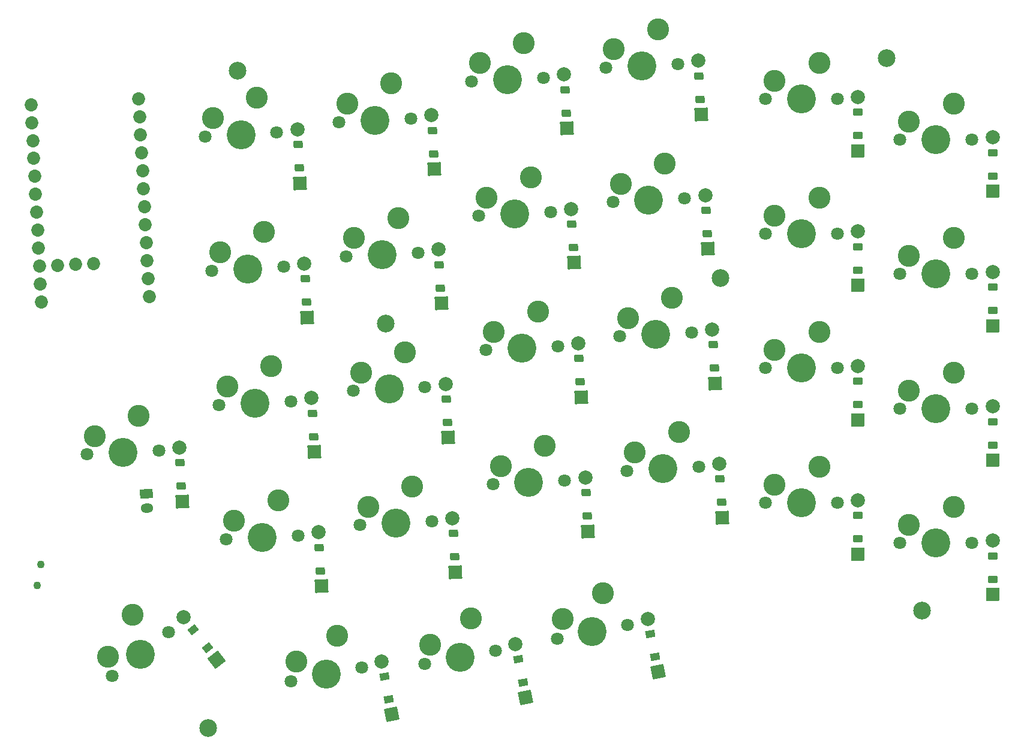
<source format=gbr>
%TF.GenerationSoftware,KiCad,Pcbnew,8.0.4*%
%TF.CreationDate,2024-09-16T15:21:11-06:00*%
%TF.ProjectId,right_board,72696768-745f-4626-9f61-72642e6b6963,v1.0.0*%
%TF.SameCoordinates,Original*%
%TF.FileFunction,Soldermask,Top*%
%TF.FilePolarity,Negative*%
%FSLAX46Y46*%
G04 Gerber Fmt 4.6, Leading zero omitted, Abs format (unit mm)*
G04 Created by KiCad (PCBNEW 8.0.4) date 2024-09-16 15:21:11*
%MOMM*%
%LPD*%
G01*
G04 APERTURE LIST*
G04 Aperture macros list*
%AMRoundRect*
0 Rectangle with rounded corners*
0 $1 Rounding radius*
0 $2 $3 $4 $5 $6 $7 $8 $9 X,Y pos of 4 corners*
0 Add a 4 corners polygon primitive as box body*
4,1,4,$2,$3,$4,$5,$6,$7,$8,$9,$2,$3,0*
0 Add four circle primitives for the rounded corners*
1,1,$1+$1,$2,$3*
1,1,$1+$1,$4,$5*
1,1,$1+$1,$6,$7*
1,1,$1+$1,$8,$9*
0 Add four rect primitives between the rounded corners*
20,1,$1+$1,$2,$3,$4,$5,0*
20,1,$1+$1,$4,$5,$6,$7,0*
20,1,$1+$1,$6,$7,$8,$9,0*
20,1,$1+$1,$8,$9,$2,$3,0*%
%AMHorizOval*
0 Thick line with rounded ends*
0 $1 width*
0 $2 $3 position (X,Y) of the first rounded end (center of the circle)*
0 $4 $5 position (X,Y) of the second rounded end (center of the circle)*
0 Add line between two ends*
20,1,$1,$2,$3,$4,$5,0*
0 Add two circle primitives to create the rounded ends*
1,1,$1,$2,$3*
1,1,$1,$4,$5*%
G04 Aperture macros list end*
%ADD10C,1.100000*%
%ADD11C,2.500000*%
%ADD12C,1.801800*%
%ADD13C,3.100000*%
%ADD14C,4.087800*%
%ADD15RoundRect,0.050000X0.934308X-0.841255X0.841255X0.934308X-0.934308X0.841255X-0.841255X-0.934308X0*%
%ADD16RoundRect,0.050000X0.622729X-0.417982X0.575627X0.480785X-0.622729X0.417982X-0.575627X-0.480785X0*%
%ADD17C,2.005000*%
%ADD18RoundRect,0.050000X0.889000X-0.889000X0.889000X0.889000X-0.889000X0.889000X-0.889000X-0.889000X0*%
%ADD19RoundRect,0.050000X0.600000X-0.450000X0.600000X0.450000X-0.600000X0.450000X-0.600000X-0.450000X0*%
%ADD20C,1.852600*%
%ADD21RoundRect,0.050000X-0.880237X0.554692X-0.817434X-0.643663X0.880237X-0.554692X0.817434X0.643663X0*%
%ADD22HorizOval,1.300000X-0.249657X-0.013084X0.249657X0.013084X0*%
%ADD23RoundRect,0.050000X1.042296X-0.703037X0.703037X1.042296X-1.042296X0.703037X-0.703037X-1.042296X0*%
%ADD24RoundRect,0.050000X0.674840X-0.327247X0.503112X0.556218X-0.674840X0.327247X-0.503112X-0.556218X0*%
%ADD25RoundRect,0.050000X1.247865X-0.153219X0.153219X1.247865X-1.247865X0.153219X-0.153219X-1.247865X0*%
%ADD26RoundRect,0.050000X0.749854X0.014792X0.195759X0.724002X-0.749854X-0.014792X-0.195759X-0.724002X0*%
G04 APERTURE END LIST*
D10*
%TO.C,T1*%
X145881877Y-180869031D03*
X146402821Y-177914607D03*
%TD*%
D11*
%TO.C,*%
X170029896Y-201025279D03*
%TD*%
D12*
%TO.C,S16*%
X207219499Y-109666221D03*
D13*
X208354825Y-107063235D03*
D14*
X212292537Y-109400354D03*
D13*
X214563189Y-104194383D03*
D12*
X217365575Y-109134487D03*
%TD*%
D15*
%TO.C,D17*%
X204922588Y-178953889D03*
D16*
X204809542Y-176796849D03*
X204636834Y-173501371D03*
D17*
X204523788Y-171344331D03*
%TD*%
D11*
%TO.C,*%
X242326150Y-137439443D03*
%TD*%
D12*
%TO.C,S17*%
X191477938Y-172338461D03*
D13*
X192613264Y-169735475D03*
D14*
X196550976Y-172072594D03*
D13*
X198821628Y-166866623D03*
D12*
X201624014Y-171806727D03*
%TD*%
D15*
%TO.C,D10*%
X241577027Y-152283993D03*
D16*
X241463981Y-150126953D03*
X241291273Y-146831475D03*
D17*
X241178227Y-144674435D03*
%TD*%
D12*
%TO.C,S8*%
X248669798Y-112139160D03*
D13*
X249939798Y-109599160D03*
D14*
X253749798Y-112139160D03*
D13*
X256289798Y-107059160D03*
D12*
X258829798Y-112139160D03*
%TD*%
%TO.C,S15*%
X208213883Y-128640182D03*
D13*
X209349209Y-126037196D03*
D14*
X213286921Y-128374315D03*
D13*
X215557573Y-123168344D03*
D12*
X218359959Y-128108448D03*
%TD*%
%TO.C,S18*%
X190483555Y-153364500D03*
D13*
X191618881Y-150761514D03*
D14*
X195556593Y-153098633D03*
D13*
X197827245Y-147892662D03*
D12*
X200629631Y-152832766D03*
%TD*%
%TO.C,S25*%
X219264807Y-188360398D03*
D13*
X220026819Y-185624737D03*
D14*
X224251473Y-187391088D03*
D13*
X225775496Y-181919767D03*
D12*
X229238139Y-186421778D03*
%TD*%
D18*
%TO.C,D3*%
X280749798Y-144164160D03*
D19*
X280749798Y-142004160D03*
X280749798Y-138704160D03*
D17*
X280749798Y-136544160D03*
%TD*%
D20*
%TO.C,MCU1*%
X145014474Y-112918737D03*
X145147407Y-115455256D03*
X145280340Y-117991775D03*
X145413274Y-120528294D03*
X145546207Y-123064813D03*
X145679140Y-125601332D03*
X145812074Y-128137851D03*
X145945007Y-130674371D03*
X146077940Y-133210890D03*
X146210874Y-135747409D03*
X146343807Y-138283928D03*
X146476740Y-140820447D03*
X161695854Y-140022847D03*
X161562921Y-137486328D03*
X161429988Y-134949809D03*
X161297054Y-132413290D03*
X161164121Y-129876771D03*
X161031188Y-127340252D03*
X160898254Y-124803733D03*
X160765321Y-122267213D03*
X160632388Y-119730694D03*
X160499454Y-117194175D03*
X160366521Y-114657656D03*
X160233588Y-112121137D03*
X148747393Y-135614475D03*
X151283912Y-135481542D03*
X153820431Y-135348609D03*
%TD*%
D18*
%TO.C,D4*%
X280749798Y-125164160D03*
D19*
X280749798Y-123004160D03*
X280749798Y-119704160D03*
D17*
X280749798Y-117544160D03*
%TD*%
D12*
%TO.C,S10*%
X228132377Y-145668566D03*
D13*
X229267703Y-143065580D03*
D14*
X233205415Y-145402699D03*
D13*
X235476067Y-140196728D03*
D12*
X238278453Y-145136832D03*
%TD*%
D15*
%TO.C,D20*%
X201939438Y-122032005D03*
D16*
X201826392Y-119874965D03*
X201653684Y-116579487D03*
D17*
X201540638Y-114422447D03*
%TD*%
D12*
%TO.C,S27*%
X181724463Y-194384105D03*
D13*
X182486475Y-191648444D03*
D14*
X186711129Y-193414795D03*
D13*
X188235152Y-187943474D03*
D12*
X191697795Y-192445485D03*
%TD*%
D15*
%TO.C,D13*%
X223647299Y-173203533D03*
D16*
X223534253Y-171046493D03*
X223361545Y-167751015D03*
D17*
X223248499Y-165593975D03*
%TD*%
D21*
%TO.C,JST1*%
X161284926Y-167912575D03*
D22*
X161389598Y-169909835D03*
%TD*%
D12*
%TO.C,S6*%
X248669798Y-150139160D03*
D13*
X249939798Y-147599160D03*
D14*
X253749798Y-150139160D03*
D13*
X256289798Y-145059160D03*
D12*
X258829798Y-150139160D03*
%TD*%
D11*
%TO.C,*%
X195071177Y-143836344D03*
%TD*%
D12*
%TO.C,S19*%
X189489172Y-134390539D03*
D13*
X190624498Y-131787553D03*
D14*
X194562210Y-134124672D03*
D13*
X196832862Y-128918701D03*
D12*
X199635248Y-133858805D03*
%TD*%
D23*
%TO.C,D25*%
X233499304Y-193040311D03*
D24*
X233087157Y-190919996D03*
X232457487Y-187680626D03*
D17*
X232045340Y-185560311D03*
%TD*%
D18*
%TO.C,D5*%
X261749798Y-176449160D03*
D19*
X261749798Y-174289160D03*
X261749798Y-170989160D03*
D17*
X261749798Y-168829160D03*
%TD*%
D12*
%TO.C,S12*%
X226143611Y-107720643D03*
D13*
X227278937Y-105117657D03*
D14*
X231216649Y-107454776D03*
D13*
X233487301Y-102248805D03*
D12*
X236289687Y-107188909D03*
%TD*%
%TO.C,S7*%
X248669798Y-131139160D03*
D13*
X249939798Y-128599160D03*
D14*
X253749798Y-131139160D03*
D13*
X256289798Y-126059160D03*
D12*
X258829798Y-131139160D03*
%TD*%
%TO.C,S21*%
X172556313Y-174331474D03*
D13*
X173691639Y-171728488D03*
D14*
X177629351Y-174065607D03*
D13*
X179900003Y-168859636D03*
D12*
X182702389Y-173799740D03*
%TD*%
%TO.C,S2*%
X267669798Y-155854160D03*
D13*
X268939798Y-153314160D03*
D14*
X272749798Y-155854160D03*
D13*
X275289798Y-150774160D03*
D12*
X277829798Y-155854160D03*
%TD*%
D15*
%TO.C,D29*%
X166346634Y-168959101D03*
D16*
X166233588Y-166802061D03*
X166060880Y-163506583D03*
D17*
X165947834Y-161349543D03*
%TD*%
D11*
%TO.C,*%
X174175178Y-108156057D03*
%TD*%
%TO.C,*%
X265749798Y-106329160D03*
%TD*%
D12*
%TO.C,S26*%
X200613891Y-191985768D03*
D13*
X201375903Y-189250107D03*
D14*
X205600557Y-191016458D03*
D13*
X207124580Y-185545137D03*
D12*
X210587223Y-190047148D03*
%TD*%
%TO.C,S13*%
X210202649Y-166588105D03*
D13*
X211337975Y-163985119D03*
D14*
X215275687Y-166322238D03*
D13*
X217546339Y-161116267D03*
D12*
X220348725Y-166056371D03*
%TD*%
%TO.C,S22*%
X171561930Y-155357513D03*
D13*
X172697256Y-152754527D03*
D14*
X176634968Y-155091646D03*
D13*
X178905620Y-149885675D03*
D12*
X181708006Y-154825779D03*
%TD*%
D18*
%TO.C,D7*%
X261749798Y-138449160D03*
D19*
X261749798Y-136289160D03*
X261749798Y-132989160D03*
D17*
X261749798Y-130829160D03*
%TD*%
D15*
%TO.C,D19*%
X202933822Y-141005966D03*
D16*
X202820776Y-138848926D03*
X202648068Y-135553448D03*
D17*
X202535022Y-133396408D03*
%TD*%
D15*
%TO.C,D11*%
X240582644Y-133310032D03*
D16*
X240469598Y-131152992D03*
X240296890Y-127857514D03*
D17*
X240183844Y-125700474D03*
%TD*%
D15*
%TO.C,D12*%
X239588261Y-114336071D03*
D16*
X239475215Y-112179031D03*
X239302507Y-108883553D03*
D17*
X239189461Y-106726513D03*
%TD*%
D12*
%TO.C,S4*%
X267669798Y-117854160D03*
D13*
X268939798Y-115314160D03*
D14*
X272749798Y-117854160D03*
D13*
X275289798Y-112774160D03*
D12*
X277829798Y-117854160D03*
%TD*%
D15*
%TO.C,D15*%
X221658533Y-135255610D03*
D16*
X221545487Y-133098570D03*
X221372779Y-129803092D03*
D17*
X221259733Y-127646052D03*
%TD*%
D18*
%TO.C,D1*%
X280749798Y-182164160D03*
D19*
X280749798Y-180004160D03*
X280749798Y-176704160D03*
D17*
X280749798Y-174544160D03*
%TD*%
D23*
%TO.C,D26*%
X214848388Y-196665682D03*
D24*
X214436241Y-194545367D03*
X213806571Y-191305997D03*
D17*
X213394424Y-189185682D03*
%TD*%
D15*
%TO.C,D9*%
X242571410Y-171257955D03*
D16*
X242458364Y-169100915D03*
X242285656Y-165805437D03*
D17*
X242172610Y-163648397D03*
%TD*%
D12*
%TO.C,S9*%
X229126760Y-164642527D03*
D13*
X230262086Y-162039541D03*
D14*
X234199798Y-164376660D03*
D13*
X236470450Y-159170689D03*
D12*
X239272836Y-164110793D03*
%TD*%
%TO.C,S11*%
X227137994Y-126694605D03*
D13*
X228273320Y-124091619D03*
D14*
X232211032Y-126428738D03*
D13*
X234481684Y-121222767D03*
D12*
X237284070Y-126162871D03*
%TD*%
D15*
%TO.C,D14*%
X222652916Y-154229571D03*
D16*
X222539870Y-152072531D03*
X222367162Y-148777053D03*
D17*
X222254116Y-146620013D03*
%TD*%
D12*
%TO.C,S5*%
X248669798Y-169139160D03*
D13*
X249939798Y-166599160D03*
D14*
X253749798Y-169139160D03*
D13*
X256289798Y-164059160D03*
D12*
X258829798Y-169139160D03*
%TD*%
D15*
%TO.C,D18*%
X203928205Y-159979928D03*
D16*
X203815159Y-157822888D03*
X203642451Y-154527410D03*
D17*
X203529405Y-152370370D03*
%TD*%
D11*
%TO.C,*%
X270749798Y-184379160D03*
%TD*%
D23*
%TO.C,D27*%
X195958960Y-199064019D03*
D24*
X195546813Y-196943704D03*
X194917143Y-193704334D03*
D17*
X194504996Y-191584019D03*
%TD*%
D12*
%TO.C,S29*%
X152901984Y-162343673D03*
D13*
X154037310Y-159740687D03*
D14*
X157975022Y-162077806D03*
D13*
X160245674Y-156871835D03*
D12*
X163048060Y-161811939D03*
%TD*%
%TO.C,S23*%
X170567546Y-136383551D03*
D13*
X171702872Y-133780565D03*
D14*
X175640584Y-136117684D03*
D13*
X177911236Y-130911713D03*
D12*
X180713622Y-135851817D03*
%TD*%
D18*
%TO.C,D2*%
X280749798Y-163164160D03*
D19*
X280749798Y-161004160D03*
X280749798Y-157704160D03*
D17*
X280749798Y-155544160D03*
%TD*%
D25*
%TO.C,D28*%
X171249810Y-191386964D03*
D26*
X169919981Y-189684861D03*
X167888299Y-187084425D03*
D17*
X166558470Y-185382322D03*
%TD*%
D12*
%TO.C,S14*%
X209208266Y-147614144D03*
D13*
X210343592Y-145011158D03*
D14*
X214281304Y-147348277D03*
D13*
X216551956Y-142142306D03*
D12*
X219354342Y-147082410D03*
%TD*%
D18*
%TO.C,D8*%
X261749798Y-119449160D03*
D19*
X261749798Y-117289160D03*
X261749798Y-113989160D03*
D17*
X261749798Y-111829160D03*
%TD*%
D12*
%TO.C,S3*%
X267669798Y-136854160D03*
D13*
X268939798Y-134314160D03*
D14*
X272749798Y-136854160D03*
D13*
X275289798Y-131774160D03*
D12*
X277829798Y-136854160D03*
%TD*%
%TO.C,S24*%
X169573163Y-117409590D03*
D13*
X170708489Y-114806604D03*
D14*
X174646201Y-117143723D03*
D13*
X176916853Y-111937752D03*
D12*
X179719239Y-116877856D03*
%TD*%
D15*
%TO.C,D21*%
X186000963Y-180946902D03*
D16*
X185887917Y-178789862D03*
X185715209Y-175494384D03*
D17*
X185602163Y-173337344D03*
%TD*%
D15*
%TO.C,D23*%
X184012196Y-142998979D03*
D16*
X183899150Y-140841939D03*
X183726442Y-137546461D03*
D17*
X183613396Y-135389421D03*
%TD*%
D12*
%TO.C,S28*%
X156442143Y-193679458D03*
D13*
X155879137Y-190896021D03*
D14*
X160445238Y-190551898D03*
D13*
X159319225Y-184985023D03*
D12*
X164448333Y-187424338D03*
%TD*%
D15*
%TO.C,D24*%
X183017813Y-124025018D03*
D16*
X182904767Y-121867978D03*
X182732059Y-118572500D03*
D17*
X182619013Y-116415460D03*
%TD*%
D12*
%TO.C,S20*%
X188494788Y-115416577D03*
D13*
X189630114Y-112813591D03*
D14*
X193567826Y-115150710D03*
D13*
X195838478Y-109944739D03*
D12*
X198640864Y-114884843D03*
%TD*%
D18*
%TO.C,D6*%
X261749798Y-157449160D03*
D19*
X261749798Y-155289160D03*
X261749798Y-151989160D03*
D17*
X261749798Y-149829160D03*
%TD*%
D15*
%TO.C,D22*%
X185006580Y-161972940D03*
D16*
X184893534Y-159815900D03*
X184720826Y-156520422D03*
D17*
X184607780Y-154363382D03*
%TD*%
D12*
%TO.C,S1*%
X267669798Y-174854160D03*
D13*
X268939798Y-172314160D03*
D14*
X272749798Y-174854160D03*
D13*
X275289798Y-169774160D03*
D12*
X277829798Y-174854160D03*
%TD*%
D15*
%TO.C,D16*%
X220664150Y-116281649D03*
D16*
X220551104Y-114124609D03*
X220378396Y-110829131D03*
D17*
X220265350Y-108672091D03*
%TD*%
M02*

</source>
